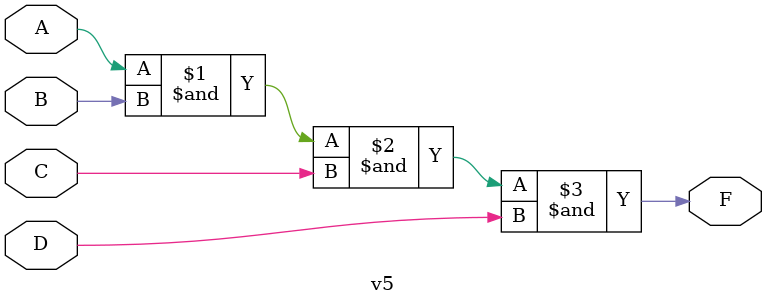
<source format=v>
module v5(A,B,C,D,F);
input A,B,C,D;
output F;
assign F=A&B&C&D;
endmodule
</source>
